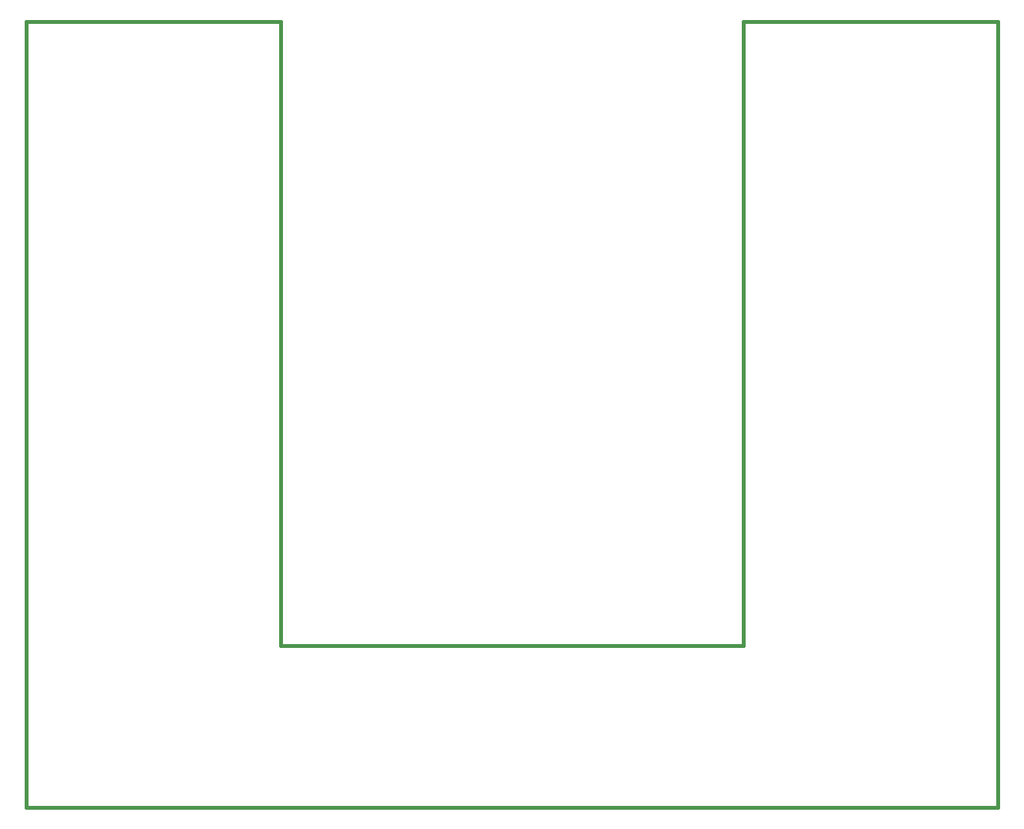
<source format=gbr>
G04 (created by PCBNEW-RS274X (2011-11-27 BZR 3249)-stable) date 15/05/2012 4:52:55 PM*
G01*
G70*
G90*
%MOIN*%
G04 Gerber Fmt 3.4, Leading zero omitted, Abs format*
%FSLAX34Y34*%
G04 APERTURE LIST*
%ADD10C,0.006000*%
%ADD11C,0.015000*%
G04 APERTURE END LIST*
G54D10*
G54D11*
X09000Y-41000D02*
X51000Y-41000D01*
X40000Y-07000D02*
X51000Y-07000D01*
X09000Y-41000D02*
X09000Y-07000D01*
X51000Y-07000D02*
X51000Y-41000D01*
X40000Y-34000D02*
X40000Y-07000D01*
X20000Y-34000D02*
X40000Y-34000D01*
X20000Y-07000D02*
X20000Y-34000D01*
X09000Y-07000D02*
X20000Y-07000D01*
M02*

</source>
